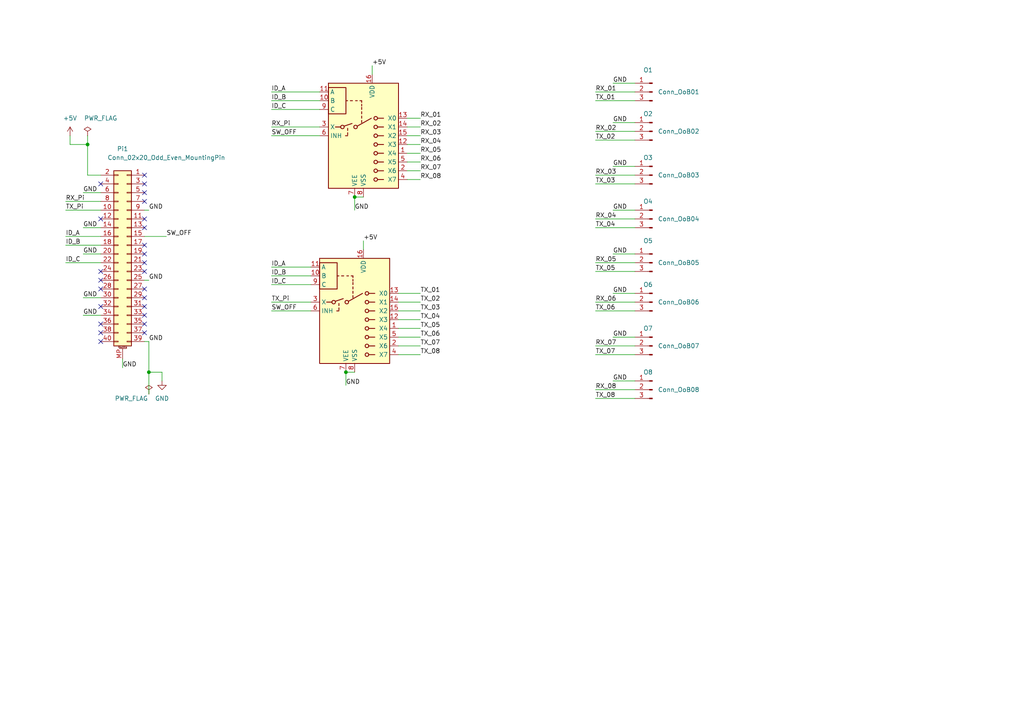
<source format=kicad_sch>
(kicad_sch (version 20230121) (generator eeschema)
  (paper "A4")
  (title_block (title "out of band console head v1.3"))
  (lib_symbols
    (symbol "Analog_Switch:CD4051B"
      (property "Reference" "U" (at -10.16 16.51 0))
      (property "Value" "CD4051B" (at 3.81 16.51 0))
      (symbol "CD4051B_0_1"
        (rectangle (start -10.16 6.35) (end -5.08 13.97) (stroke (width 0.254)))
        (rectangle (start -10.16 15.24) (end 10.16 -15.24) (stroke (width 0.254)) (fill (type background)))
        (circle (center -6.096 2.54) (radius 0.508) (stroke (width 0.254)))
        (circle (center -2.286 2.54) (radius 0.508) (stroke (width 0.254)))
        (polyline (pts (xy -8.128 2.54) (xy -6.604 2.54)) (stroke (width 0.254)))
        (polyline (pts (xy -5.588 2.794) (xy -3.302 3.556)) (stroke (width 0.254)))
        (polyline (pts (xy -4.572 0) (xy -5.207 0)) (stroke (width 0.254)))
        (polyline (pts (xy -4.572 0.254) (xy -4.572 0.889)) (stroke (width 0.254)))
        (polyline (pts (xy -4.572 1.524) (xy -4.572 2.159)) (stroke (width 0.254)))
        (polyline (pts (xy -4.572 10.16) (xy -5.08 10.16)) (stroke (width 0.254)))
        (polyline (pts (xy -3.81 10.16) (xy -3.175 10.16)) (stroke (width 0.254)))
        (polyline (pts (xy -1.778 2.794) (xy 2.286 5.08)) (stroke (width 0.254)))
        (polyline (pts (xy -1.778 10.16) (xy -2.286 10.16)) (stroke (width 0.254)))
        (polyline (pts (xy -0.508 3.81) (xy -0.508 4.445)) (stroke (width 0.254)))
        (polyline (pts (xy -0.508 5.08) (xy -0.508 5.715)) (stroke (width 0.254)))
        (polyline (pts (xy -0.508 6.35) (xy -0.508 6.985)) (stroke (width 0.254)))
        (polyline (pts (xy -0.508 7.62) (xy -0.508 8.255)) (stroke (width 0.254)))
        (polyline (pts (xy -0.508 8.636) (xy -0.508 9.144)) (stroke (width 0.254)))
        (polyline (pts (xy -0.508 9.652) (xy -0.508 10.16)) (stroke (width 0.254)))
        (polyline (pts (xy -0.508 10.16) (xy -1.016 10.16)) (stroke (width 0.254)))
        (polyline (pts (xy 4.064 -12.7) (xy 5.842 -12.7)) (stroke (width 0.254)))
        (polyline (pts (xy 4.064 -10.16) (xy 5.842 -10.16)) (stroke (width 0.254)))
        (polyline (pts (xy 4.064 -7.62) (xy 5.842 -7.62)) (stroke (width 0.254)))
        (polyline (pts (xy 4.064 -5.08) (xy 5.842 -5.08)) (stroke (width 0.254)))
        (polyline (pts (xy 4.064 -2.54) (xy 5.842 -2.54)) (stroke (width 0.254)))
        (polyline (pts (xy 4.064 0) (xy 5.842 0)) (stroke (width 0.254)))
        (polyline (pts (xy 4.064 2.54) (xy 5.842 2.54)) (stroke (width 0.254)))
        (polyline (pts (xy 4.064 5.08) (xy 5.842 5.08)) (stroke (width 0.254)))
        (circle (center 3.556 -12.7) (radius 0.508) (stroke (width 0.254)))
        (circle (center 3.556 -10.16) (radius 0.508) (stroke (width 0.254)))
        (circle (center 3.556 -7.62) (radius 0.508) (stroke (width 0.254)))
        (circle (center 3.556 -5.08) (radius 0.508) (stroke (width 0.254)))
        (circle (center 3.556 -2.54) (radius 0.508) (stroke (width 0.254)))
        (circle (center 3.556 0) (radius 0.508) (stroke (width 0.254)))
        (circle (center 3.556 2.54) (radius 0.508) (stroke (width 0.254)))
        (circle (center 3.556 5.08) (radius 0.508) (stroke (width 0.254)))
      )
      (symbol "CD4051B_1_1"
        (pin bidirectional line (at 12.7 -5.08 180) (length 2.54) (name "X4") (number "1"))
        (pin input line (at -12.7 10.16 0) (length 2.54) (name "B") (number "10"))
        (pin input line (at -12.7 12.7 0) (length 2.54) (name "A") (number "11"))
        (pin bidirectional line (at 12.7 -2.54 180) (length 2.54) (name "X3") (number "12"))
        (pin bidirectional line (at 12.7 5.08 180) (length 2.54) (name "X0") (number "13"))
        (pin bidirectional line (at 12.7 2.54 180) (length 2.54) (name "X1") (number "14"))
        (pin bidirectional line (at 12.7 0 180) (length 2.54) (name "X2") (number "15"))
        (pin power_in line (at 2.54 17.78 270) (length 2.54) (name "VDD") (number "16"))
        (pin bidirectional line (at 12.7 -10.16 180) (length 2.54) (name "X6") (number "2"))
        (pin bidirectional line (at -12.7 2.54 0) (length 2.54) (name "X") (number "3"))
        (pin bidirectional line (at 12.7 -12.7 180) (length 2.54) (name "X7") (number "4"))
        (pin bidirectional line (at 12.7 -7.62 180) (length 2.54) (name "X5") (number "5"))
        (pin input line (at -12.7 0 0) (length 2.54) (name "INH") (number "6"))
        (pin power_in line (at -2.54 -17.78 90) (length 2.54) (name "VEE") (number "7"))
        (pin power_in line (at 0 -17.78 90) (length 2.54) (name "VSS") (number "8"))
        (pin input line (at -12.7 7.62 0) (length 2.54) (name "C") (number "9"))
      )
    )
    (symbol "Connector:Conn_01x03_Pin" (pin_names (offset 1.016) hide)
      (property "Reference" "J" (at 0 5.08 0))
      (property "Value" "Conn_01x03_Pin" (at 0 -5.08 0))
      (symbol "Conn_01x03_Pin_1_1"
        (polyline (pts (xy 1.27 -2.54) (xy 0.8636 -2.54)) (stroke (width 0.1524)))
        (polyline (pts (xy 1.27 0) (xy 0.8636 0)) (stroke (width 0.1524)))
        (polyline (pts (xy 1.27 2.54) (xy 0.8636 2.54)) (stroke (width 0.1524)))
        (rectangle (start 0.8636 -2.413) (end 0 -2.667) (stroke (width 0.1524)) (fill (type outline)))
        (rectangle (start 0.8636 0.127) (end 0 -0.127) (stroke (width 0.1524)) (fill (type outline)))
        (rectangle (start 0.8636 2.667) (end 0 2.413) (stroke (width 0.1524)) (fill (type outline)))
        (pin passive line (at 5.08 2.54 180) (length 3.81) (name "Pin_1") (number "1"))
        (pin passive line (at 5.08 0 180) (length 3.81) (name "Pin_2") (number "2"))
        (pin passive line (at 5.08 -2.54 180) (length 3.81) (name "Pin_3") (number "3"))
      )
    )
    (symbol "Connector_Generic_MountingPin:Conn_02x20_Odd_Even_MountingPin" (pin_names (offset 1.016) hide)
      (property "Reference" "J" (at 1.27 25.4 0))
      (property "Value" "Conn_02x20_Odd_Even_MountingPin" (at 2.54 -27.94 0))
      (symbol "Conn_02x20_Odd_Even_MountingPin_1_1"
        (rectangle (start -1.27 -25.273) (end 0 -25.527) (stroke (width 0.1524)))
        (rectangle (start -1.27 -22.733) (end 0 -22.987) (stroke (width 0.1524)))
        (rectangle (start -1.27 -20.193) (end 0 -20.447) (stroke (width 0.1524)))
        (rectangle (start -1.27 -17.653) (end 0 -17.907) (stroke (width 0.1524)))
        (rectangle (start -1.27 -15.113) (end 0 -15.367) (stroke (width 0.1524)))
        (rectangle (start -1.27 -12.573) (end 0 -12.827) (stroke (width 0.1524)))
        (rectangle (start -1.27 -10.033) (end 0 -10.287) (stroke (width 0.1524)))
        (rectangle (start -1.27 -7.493) (end 0 -7.747) (stroke (width 0.1524)))
        (rectangle (start -1.27 -4.953) (end 0 -5.207) (stroke (width 0.1524)))
        (rectangle (start -1.27 -2.413) (end 0 -2.667) (stroke (width 0.1524)))
        (rectangle (start -1.27 0.127) (end 0 -0.127) (stroke (width 0.1524)))
        (rectangle (start -1.27 2.667) (end 0 2.413) (stroke (width 0.1524)))
        (rectangle (start -1.27 5.207) (end 0 4.953) (stroke (width 0.1524)))
        (rectangle (start -1.27 7.747) (end 0 7.493) (stroke (width 0.1524)))
        (rectangle (start -1.27 10.287) (end 0 10.033) (stroke (width 0.1524)))
        (rectangle (start -1.27 12.827) (end 0 12.573) (stroke (width 0.1524)))
        (rectangle (start -1.27 15.367) (end 0 15.113) (stroke (width 0.1524)))
        (rectangle (start -1.27 17.907) (end 0 17.653) (stroke (width 0.1524)))
        (rectangle (start -1.27 20.447) (end 0 20.193) (stroke (width 0.1524)))
        (rectangle (start -1.27 22.987) (end 0 22.733) (stroke (width 0.1524)))
        (rectangle (start -1.27 24.13) (end 3.81 -26.67) (stroke (width 0.254)) (fill (type background)))
        (polyline (pts (xy 0.254 -27.432) (xy 2.286 -27.432)) (stroke (width 0.1524)))
        (rectangle (start 3.81 -25.273) (end 2.54 -25.527) (stroke (width 0.1524)))
        (rectangle (start 3.81 -22.733) (end 2.54 -22.987) (stroke (width 0.1524)))
        (rectangle (start 3.81 -20.193) (end 2.54 -20.447) (stroke (width 0.1524)))
        (rectangle (start 3.81 -17.653) (end 2.54 -17.907) (stroke (width 0.1524)))
        (rectangle (start 3.81 -15.113) (end 2.54 -15.367) (stroke (width 0.1524)))
        (rectangle (start 3.81 -12.573) (end 2.54 -12.827) (stroke (width 0.1524)))
        (rectangle (start 3.81 -10.033) (end 2.54 -10.287) (stroke (width 0.1524)))
        (rectangle (start 3.81 -7.493) (end 2.54 -7.747) (stroke (width 0.1524)))
        (rectangle (start 3.81 -4.953) (end 2.54 -5.207) (stroke (width 0.1524)))
        (rectangle (start 3.81 -2.413) (end 2.54 -2.667) (stroke (width 0.1524)))
        (rectangle (start 3.81 0.127) (end 2.54 -0.127) (stroke (width 0.1524)))
        (rectangle (start 3.81 2.667) (end 2.54 2.413) (stroke (width 0.1524)))
        (rectangle (start 3.81 5.207) (end 2.54 4.953) (stroke (width 0.1524)))
        (rectangle (start 3.81 7.747) (end 2.54 7.493) (stroke (width 0.1524)))
        (rectangle (start 3.81 10.287) (end 2.54 10.033) (stroke (width 0.1524)))
        (rectangle (start 3.81 12.827) (end 2.54 12.573) (stroke (width 0.1524)))
        (rectangle (start 3.81 15.367) (end 2.54 15.113) (stroke (width 0.1524)))
        (rectangle (start 3.81 17.907) (end 2.54 17.653) (stroke (width 0.1524)))
        (rectangle (start 3.81 20.447) (end 2.54 20.193) (stroke (width 0.1524)))
        (rectangle (start 3.81 22.987) (end 2.54 22.733) (stroke (width 0.1524)))
        (text "Mounting" (at 1.27 -27.051 0) (effects (font (size 0.381 0.381))))
        (pin passive line (at -5.08 22.86 0) (length 3.81) (name "Pin_1") (number "1"))
        (pin passive line (at 7.62 12.7 180) (length 3.81) (name "Pin_10") (number "10"))
        (pin passive line (at -5.08 10.16 0) (length 3.81) (name "Pin_11") (number "11"))
        (pin passive line (at 7.62 10.16 180) (length 3.81) (name "Pin_12") (number "12"))
        (pin passive line (at -5.08 7.62 0) (length 3.81) (name "Pin_13") (number "13"))
        (pin passive line (at 7.62 7.62 180) (length 3.81) (name "Pin_14") (number "14"))
        (pin passive line (at -5.08 5.08 0) (length 3.81) (name "Pin_15") (number "15"))
        (pin passive line (at 7.62 5.08 180) (length 3.81) (name "Pin_16") (number "16"))
        (pin passive line (at -5.08 2.54 0) (length 3.81) (name "Pin_17") (number "17"))
        (pin passive line (at 7.62 2.54 180) (length 3.81) (name "Pin_18") (number "18"))
        (pin passive line (at -5.08 0 0) (length 3.81) (name "Pin_19") (number "19"))
        (pin passive line (at 7.62 22.86 180) (length 3.81) (name "Pin_2") (number "2"))
        (pin passive line (at 7.62 0 180) (length 3.81) (name "Pin_20") (number "20"))
        (pin passive line (at -5.08 -2.54 0) (length 3.81) (name "Pin_21") (number "21"))
        (pin passive line (at 7.62 -2.54 180) (length 3.81) (name "Pin_22") (number "22"))
        (pin passive line (at -5.08 -5.08 0) (length 3.81) (name "Pin_23") (number "23"))
        (pin passive line (at 7.62 -5.08 180) (length 3.81) (name "Pin_24") (number "24"))
        (pin passive line (at -5.08 -7.62 0) (length 3.81) (name "Pin_25") (number "25"))
        (pin passive line (at 7.62 -7.62 180) (length 3.81) (name "Pin_26") (number "26"))
        (pin passive line (at -5.08 -10.16 0) (length 3.81) (name "Pin_27") (number "27"))
        (pin passive line (at 7.62 -10.16 180) (length 3.81) (name "Pin_28") (number "28"))
        (pin passive line (at -5.08 -12.7 0) (length 3.81) (name "Pin_29") (number "29"))
        (pin passive line (at -5.08 20.32 0) (length 3.81) (name "Pin_3") (number "3"))
        (pin passive line (at 7.62 -12.7 180) (length 3.81) (name "Pin_30") (number "30"))
        (pin passive line (at -5.08 -15.24 0) (length 3.81) (name "Pin_31") (number "31"))
        (pin passive line (at 7.62 -15.24 180) (length 3.81) (name "Pin_32") (number "32"))
        (pin passive line (at -5.08 -17.78 0) (length 3.81) (name "Pin_33") (number "33"))
        (pin passive line (at 7.62 -17.78 180) (length 3.81) (name "Pin_34") (number "34"))
        (pin passive line (at -5.08 -20.32 0) (length 3.81) (name "Pin_35") (number "35"))
        (pin passive line (at 7.62 -20.32 180) (length 3.81) (name "Pin_36") (number "36"))
        (pin passive line (at -5.08 -22.86 0) (length 3.81) (name "Pin_37") (number "37"))
        (pin passive line (at 7.62 -22.86 180) (length 3.81) (name "Pin_38") (number "38"))
        (pin passive line (at -5.08 -25.4 0) (length 3.81) (name "Pin_39") (number "39"))
        (pin passive line (at 7.62 20.32 180) (length 3.81) (name "Pin_4") (number "4"))
        (pin passive line (at 7.62 -25.4 180) (length 3.81) (name "Pin_40") (number "40"))
        (pin passive line (at -5.08 17.78 0) (length 3.81) (name "Pin_5") (number "5"))
        (pin passive line (at 7.62 17.78 180) (length 3.81) (name "Pin_6") (number "6"))
        (pin passive line (at -5.08 15.24 0) (length 3.81) (name "Pin_7") (number "7"))
        (pin passive line (at 7.62 15.24 180) (length 3.81) (name "Pin_8") (number "8"))
        (pin passive line (at -5.08 12.7 0) (length 3.81) (name "Pin_9") (number "9"))
        (pin passive line (at 1.27 -30.48 90) (length 3.048) (name "MountPin") (number "MP"))
      )
    )
    (symbol "PCM_4ms_Power-symbol:PWR_FLAG" (power) (pin_numbers hide) (pin_names (offset 0) hide)
      (property "Value" "PWR_FLAG" (at 0 3.81 0))
      (symbol "PWR_FLAG_0_0"
        (pin power_out line (at 0 0 90) (length 0) (name "pwr") (number "1"))
      )
      (symbol "PWR_FLAG_0_1"
        (polyline (pts (xy 0 0) (xy 0 1.27) (xy -1.016 1.905) (xy 0 2.54) (xy 1.016 1.905) (xy 0 1.27)))
      )
    )
    (symbol "power:+5V" (power) (pin_names (offset 0))
      (property "Value" "+5V" (at 0 3.556 0))
      (symbol "+5V_0_1"
        (polyline (pts (xy -0.762 1.27) (xy 0 2.54)))
        (polyline (pts (xy 0 0) (xy 0 2.54)))
        (polyline (pts (xy 0 2.54) (xy 0.762 1.27)))
      )
      (symbol "+5V_1_1"
        (pin power_in line (at 0 0 90) (length 0) hide (name "+5V") (number "1"))
      )
    )
    (symbol "power:GND" (power) (pin_names (offset 0))
      (property "Value" "GND" (at 0 -3.81 0))
      (symbol "GND_0_1"
        (polyline (pts (xy 0 0) (xy 0 -1.27) (xy 1.27 -1.27) (xy 0 -2.54) (xy -1.27 -1.27) (xy 0 -1.27)))
      )
      (symbol "GND_1_1"
        (pin power_in line (at 0 0 270) (length 0) hide (name "GND") (number "1"))
      )
    )
    (symbol "power:PWR_FLAG" (power) (pin_numbers hide) (pin_names (offset 0) hide)
      (property "Value" "PWR_FLAG" (at 0 3.81 0))
      (symbol "PWR_FLAG_0_0"
        (pin power_out line (at 0 0 90) (length 0) (name "pwr") (number "1"))
      )
      (symbol "PWR_FLAG_0_1"
        (polyline (pts (xy 0 0) (xy 0 1.27) (xy -1.016 1.905) (xy 0 2.54) (xy 1.016 1.905) (xy 0 1.27)))
      )
    )
  )
  (junction (at 100.33 107.95))
  (junction (at 25.4 41.91))
  (junction (at 102.87 57.15))
  (junction (at 43.18 107.95))
  (no_connect (at 29.21 99.06))
  (no_connect (at 41.91 73.66))
  (no_connect (at 29.21 96.52))
  (no_connect (at 41.91 86.36))
  (no_connect (at 41.91 53.34))
  (no_connect (at 41.91 63.5))
  (no_connect (at 41.91 78.74))
  (no_connect (at 41.91 58.42))
  (no_connect (at 29.21 81.28))
  (no_connect (at 41.91 66.04))
  (no_connect (at 29.21 63.5))
  (no_connect (at 41.91 76.2))
  (no_connect (at 29.21 83.82))
  (no_connect (at 29.21 93.98))
  (no_connect (at 41.91 83.82))
  (no_connect (at 29.21 53.34))
  (no_connect (at 41.91 71.12))
  (no_connect (at 41.91 93.98))
  (no_connect (at 41.91 55.88))
  (no_connect (at 41.91 91.44))
  (no_connect (at 29.21 88.9))
  (no_connect (at 29.21 78.74))
  (no_connect (at 41.91 88.9))
  (no_connect (at 41.91 96.52))
  (no_connect (at 41.91 50.8))
  (wire (pts (xy 115.57 100.33) (xy 121.92 100.33)))
  (wire (pts (xy 107.95 19.05) (xy 107.95 21.59)))
  (wire (pts (xy 172.72 38.1) (xy 184.15 38.1)))
  (wire (pts (xy 19.05 71.12) (xy 29.21 71.12)))
  (wire (pts (xy 19.05 60.96) (xy 29.21 60.96)))
  (wire (pts (xy 102.87 57.15) (xy 102.87 60.96)))
  (wire (pts (xy 172.72 63.5) (xy 184.15 63.5)))
  (wire (pts (xy 78.74 39.37) (xy 92.71 39.37)))
  (wire (pts (xy 19.05 68.58) (xy 29.21 68.58)))
  (wire (pts (xy 172.72 87.63) (xy 184.15 87.63)))
  (wire (pts (xy 177.8 110.49) (xy 184.15 110.49)))
  (wire (pts (xy 25.4 50.8) (xy 29.21 50.8)))
  (wire (pts (xy 118.11 52.07) (xy 121.92 52.07)))
  (wire (pts (xy 20.32 41.91) (xy 25.4 41.91)))
  (wire (pts (xy 118.11 39.37) (xy 121.92 39.37)))
  (wire (pts (xy 100.33 107.95) (xy 100.33 111.76)))
  (wire (pts (xy 25.4 41.91) (xy 25.4 50.8)))
  (wire (pts (xy 78.74 87.63) (xy 90.17 87.63)))
  (wire (pts (xy 43.18 107.95) (xy 46.99 107.95)))
  (wire (pts (xy 118.11 49.53) (xy 121.92 49.53)))
  (wire (pts (xy 24.13 55.88) (xy 29.21 55.88)))
  (wire (pts (xy 118.11 44.45) (xy 121.92 44.45)))
  (wire (pts (xy 41.91 60.96) (xy 43.18 60.96)))
  (wire (pts (xy 118.11 34.29) (xy 121.92 34.29)))
  (wire (pts (xy 172.72 115.57) (xy 184.15 115.57)))
  (wire (pts (xy 24.13 66.04) (xy 29.21 66.04)))
  (wire (pts (xy 115.57 102.87) (xy 121.92 102.87)))
  (wire (pts (xy 78.74 90.17) (xy 90.17 90.17)))
  (wire (pts (xy 177.8 48.26) (xy 184.15 48.26)))
  (wire (pts (xy 115.57 90.17) (xy 121.92 90.17)))
  (wire (pts (xy 177.8 35.56) (xy 184.15 35.56)))
  (wire (pts (xy 172.72 26.67) (xy 184.15 26.67)))
  (wire (pts (xy 172.72 40.64) (xy 184.15 40.64)))
  (wire (pts (xy 19.05 58.42) (xy 29.21 58.42)))
  (wire (pts (xy 100.33 107.95) (xy 102.87 107.95)))
  (wire (pts (xy 118.11 36.83) (xy 121.92 36.83)))
  (wire (pts (xy 177.8 24.13) (xy 184.15 24.13)))
  (wire (pts (xy 177.8 60.96) (xy 184.15 60.96)))
  (wire (pts (xy 172.72 113.03) (xy 184.15 113.03)))
  (wire (pts (xy 177.8 85.09) (xy 184.15 85.09)))
  (wire (pts (xy 172.72 90.17) (xy 184.15 90.17)))
  (wire (pts (xy 78.74 36.83) (xy 92.71 36.83)))
  (wire (pts (xy 177.8 97.79) (xy 184.15 97.79)))
  (wire (pts (xy 25.4 39.37) (xy 25.4 41.91)))
  (wire (pts (xy 78.74 77.47) (xy 90.17 77.47)))
  (wire (pts (xy 118.11 41.91) (xy 121.92 41.91)))
  (wire (pts (xy 115.57 92.71) (xy 121.92 92.71)))
  (wire (pts (xy 177.8 73.66) (xy 184.15 73.66)))
  (wire (pts (xy 19.05 76.2) (xy 29.21 76.2)))
  (wire (pts (xy 78.74 80.01) (xy 90.17 80.01)))
  (wire (pts (xy 43.18 107.95) (xy 43.18 114.3)))
  (wire (pts (xy 41.91 99.06) (xy 43.18 99.06)))
  (wire (pts (xy 46.99 107.95) (xy 46.99 110.49)))
  (wire (pts (xy 115.57 87.63) (xy 121.92 87.63)))
  (wire (pts (xy 118.11 46.99) (xy 121.92 46.99)))
  (wire (pts (xy 172.72 78.74) (xy 184.15 78.74)))
  (wire (pts (xy 41.91 81.28) (xy 43.18 81.28)))
  (wire (pts (xy 78.74 26.67) (xy 92.71 26.67)))
  (wire (pts (xy 24.13 73.66) (xy 29.21 73.66)))
  (wire (pts (xy 41.91 68.58) (xy 48.26 68.58)))
  (wire (pts (xy 20.32 41.91) (xy 20.32 39.37)))
  (wire (pts (xy 172.72 53.34) (xy 184.15 53.34)))
  (wire (pts (xy 172.72 66.04) (xy 184.15 66.04)))
  (wire (pts (xy 102.87 57.15) (xy 105.41 57.15)))
  (wire (pts (xy 78.74 31.75) (xy 92.71 31.75)))
  (wire (pts (xy 115.57 85.09) (xy 121.92 85.09)))
  (wire (pts (xy 115.57 95.25) (xy 121.92 95.25)))
  (wire (pts (xy 172.72 50.8) (xy 184.15 50.8)))
  (wire (pts (xy 105.41 69.85) (xy 105.41 72.39)))
  (wire (pts (xy 172.72 100.33) (xy 184.15 100.33)))
  (wire (pts (xy 172.72 102.87) (xy 184.15 102.87)))
  (wire (pts (xy 172.72 76.2) (xy 184.15 76.2)))
  (wire (pts (xy 35.56 104.14) (xy 35.56 106.68)))
  (wire (pts (xy 43.18 107.95) (xy 43.18 99.06)))
  (wire (pts (xy 172.72 29.21) (xy 184.15 29.21)))
  (wire (pts (xy 24.13 91.44) (xy 29.21 91.44)))
  (wire (pts (xy 78.74 82.55) (xy 90.17 82.55)))
  (wire (pts (xy 24.13 86.36) (xy 29.21 86.36)))
  (wire (pts (xy 115.57 97.79) (xy 121.92 97.79)))
  (wire (pts (xy 78.74 29.21) (xy 92.71 29.21)))
  (label "TX_Pi" (at 78.74 87.63 0))
  (label "RX_01" (at 121.92 34.29 0))
  (label "GND" (at 100.33 111.76 0))
  (label "RX_Pi" (at 78.74 36.83 0))
  (label "RX_03" (at 121.92 39.37 0))
  (label "RX_04" (at 121.92 41.91 0))
  (label "RX_03" (at 172.72 50.8 0))
  (label "GND" (at 35.56 106.68 0))
  (label "TX_01" (at 172.72 29.21 0))
  (label "GND" (at 24.13 86.36 0))
  (label "GND" (at 177.8 60.96 0))
  (label "+5V" (at 105.41 69.85 0))
  (label "TX_08" (at 172.72 115.57 0))
  (label "GND" (at 177.8 97.79 0))
  (label "ID_A" (at 19.05 68.58 0))
  (label "GND" (at 177.8 73.66 0))
  (label "GND" (at 24.13 73.66 0))
  (label "TX_02" (at 121.92 87.63 0))
  (label "TX_06" (at 121.92 97.79 0))
  (label "RX_05" (at 172.72 76.2 0))
  (label "GND" (at 43.18 99.06 0))
  (label "GND" (at 102.87 60.96 0))
  (label "TX_04" (at 172.72 66.04 0))
  (label "GND" (at 177.8 24.13 0))
  (label "SW_OFF" (at 48.26 68.58 0))
  (label "TX_08" (at 121.92 102.87 0))
  (label "RX_07" (at 121.92 49.53 0))
  (label "ID_C" (at 78.74 31.75 0))
  (label "RX_07" (at 172.72 100.33 0))
  (label "SW_OFF" (at 78.74 39.37 0))
  (label "TX_06" (at 172.72 90.17 0))
  (label "ID_C" (at 19.05 76.2 0))
  (label "GND" (at 177.8 110.49 0))
  (label "TX_Pi" (at 19.05 60.96 0))
  (label "GND" (at 24.13 55.88 0))
  (label "RX_02" (at 172.72 38.1 0))
  (label "ID_A" (at 78.74 26.67 0))
  (label "GND" (at 43.18 60.96 0))
  (label "TX_07" (at 172.72 102.87 0))
  (label "TX_05" (at 172.72 78.74 0))
  (label "GND" (at 177.8 85.09 0))
  (label "RX_06" (at 172.72 87.63 0))
  (label "TX_02" (at 172.72 40.64 0))
  (label "GND" (at 24.13 66.04 0))
  (label "ID_B" (at 78.74 80.01 0))
  (label "TX_05" (at 121.92 95.25 0))
  (label "GND" (at 24.13 91.44 0))
  (label "RX_01" (at 172.72 26.67 0))
  (label "RX_06" (at 121.92 46.99 0))
  (label "RX_08" (at 121.92 52.07 0))
  (label "GND" (at 177.8 48.26 0))
  (label "ID_A" (at 78.74 77.47 0))
  (label "+5V" (at 107.95 19.05 0))
  (label "TX_01" (at 121.92 85.09 0))
  (label "TX_07" (at 121.92 100.33 0))
  (label "GND" (at 43.18 81.28 0))
  (label "RX_04" (at 172.72 63.5 0))
  (label "TX_03" (at 172.72 53.34 0))
  (label "TX_03" (at 121.92 90.17 0))
  (label "ID_B" (at 78.74 29.21 0))
  (label "TX_04" (at 121.92 92.71 0))
  (label "RX_Pi" (at 19.05 58.42 0))
  (label "SW_OFF" (at 78.74 90.17 0))
  (label "ID_C" (at 78.74 82.55 0))
  (label "ID_B" (at 19.05 71.12 0))
  (label "RX_05" (at 121.92 44.45 0))
  (label "RX_02" (at 121.92 36.83 0))
  (label "GND" (at 177.8 35.56 0))
  (label "RX_08" (at 172.72 113.03 0))
  (symbol (lib_id "Connector_Generic_MountingPin:Conn_02x20_Odd_Even_MountingPin") (at 36.83 73.66 0) (mirror y) (unit 1)
    (property "Reference" "Pi1" (at 35.56 43.18 0))
    (property "Value" "Conn_02x20_Odd_Even_MountingPin" (at 48.26 45.72 0))
    (property "Footprint" "Connector_PinSocket_2.54mm:PinSocket_2x20_P2.54mm_Vertical" (effects hide))
  )
  (symbol (lib_id "Connector:Conn_01x03_Pin") (at 189.23 38.1 0) (mirror y) (unit 1)
    (property "Reference" "O2" (at 187.96 33.02 0))
    (property "Value" "Conn_OoB02" (at 196.85 38.1 0))
    (property "Footprint" "Connector_PinHeader_2.54mm:PinHeader_1x03_P2.54mm_Horizontal" (effects hide))
  )
  (symbol (lib_id "Connector:Conn_01x03_Pin") (at 189.23 87.63 0) (mirror y) (unit 1)
    (property "Reference" "O6" (at 187.96 82.55 0))
    (property "Value" "Conn_OoB06" (at 196.85 87.63 0))
    (property "Footprint" "Connector_PinHeader_2.54mm:PinHeader_1x03_P2.54mm_Horizontal" (effects hide))
  )
  (symbol (lib_id "Connector:Conn_01x03_Pin") (at 189.23 63.5 0) (mirror y) (unit 1)
    (property "Reference" "O4" (at 187.96 58.42 0))
    (property "Value" "Conn_OoB04" (at 196.85 63.5 0))
    (property "Footprint" "Connector_PinHeader_2.54mm:PinHeader_1x03_P2.54mm_Horizontal" (effects hide))
  )
  (symbol (lib_id "PCM_4ms_Power-symbol:PWR_FLAG") (at 25.4 39.37 0) (unit 1)
    (property "Reference" "#FLG01" (effects hide))
    (property "Value" "PWR_FLAG" (at 29.21 34.29 0))
  )
  (symbol (lib_id "Connector:Conn_01x03_Pin") (at 189.23 26.67 0) (mirror y) (unit 1)
    (property "Reference" "O1" (at 187.96 20.32 0))
    (property "Value" "Conn_OoB01" (at 196.85 26.67 0))
    (property "Footprint" "Connector_PinHeader_2.54mm:PinHeader_1x03_P2.54mm_Horizontal" (effects hide))
  )
  (symbol (lib_id "Connector:Conn_01x03_Pin") (at 189.23 50.8 0) (mirror y) (unit 1)
    (property "Reference" "O3" (at 187.96 45.72 0))
    (property "Value" "Conn_OoB03" (at 196.85 50.8 0))
    (property "Footprint" "Connector_PinHeader_2.54mm:PinHeader_1x03_P2.54mm_Horizontal" (effects hide))
  )
  (symbol (lib_id "Connector:Conn_01x03_Pin") (at 189.23 113.03 0) (mirror y) (unit 1)
    (property "Reference" "O8" (at 187.96 107.95 0))
    (property "Value" "Conn_OoB08" (at 196.85 113.03 0))
    (property "Footprint" "Connector_PinHeader_2.54mm:PinHeader_1x03_P2.54mm_Horizontal" (effects hide))
  )
  (symbol (lib_id "Connector:Conn_01x03_Pin") (at 189.23 76.2 0) (mirror y) (unit 1)
    (property "Reference" "O5" (at 187.96 69.85 0))
    (property "Value" "Conn_OoB05" (at 196.85 76.2 0))
    (property "Footprint" "Connector_PinHeader_2.54mm:PinHeader_1x03_P2.54mm_Horizontal" (effects hide))
  )
  (symbol (lib_id "Analog_Switch:CD4051B") (at 102.87 90.17 0) (unit 1)
    (property "Reference" "RX1" (effects hide))
    (property "Value" "CD4051B" (effects hide))
    (property "Footprint" "Library:CD4051" (effects hide))
    (property "Datasheet" "http://www.ti.com/lit/ds/symlink/cd4052b.pdf" (effects hide))
  )
  (symbol (lib_id "Connector:Conn_01x03_Pin") (at 189.23 100.33 0) (mirror y) (unit 1)
    (property "Reference" "O7" (at 187.96 95.25 0))
    (property "Value" "Conn_OoB07" (at 196.85 100.33 0))
    (property "Footprint" "Connector_PinHeader_2.54mm:PinHeader_1x03_P2.54mm_Horizontal" (effects hide))
  )
  (symbol (lib_id "power:GND") (at 46.99 110.49 0) (unit 1)
    (property "Reference" "#PWR02" (effects hide))
    (property "Value" "GND" (at 46.99 115.57 0))
  )
  (symbol (lib_id "power:PWR_FLAG") (at 43.18 114.3 0) (unit 1)
    (property "Reference" "#FLG02" (effects hide))
    (property "Value" "PWR_FLAG" (at 38.1 115.57 0))
  )
  (symbol (lib_id "Analog_Switch:CD4051B") (at 105.41 39.37 0) (unit 1)
    (property "Reference" "TX1" (effects hide))
    (property "Value" "CD4051B" (effects hide))
    (property "Footprint" "Library:CD4051" (effects hide))
    (property "Datasheet" "http://www.ti.com/lit/ds/symlink/cd4052b.pdf" (effects hide))
  )
  (symbol (lib_id "power:+5V") (at 20.32 39.37 0) (unit 1)
    (property "Reference" "#PWR01" (effects hide))
    (property "Value" "+5V" (at 20.32 34.29 0))
  )
)
</source>
